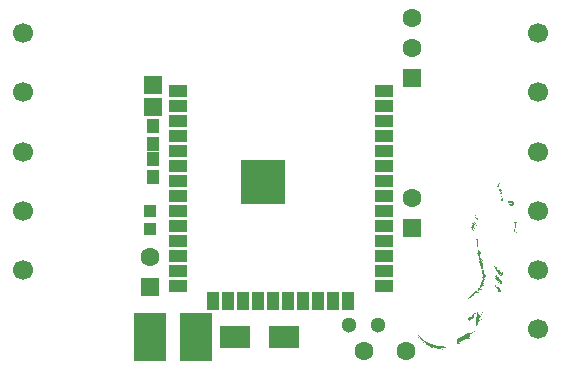
<source format=gts>
G04*
G04 #@! TF.GenerationSoftware,Altium Limited,Altium Designer,21.5.1 (32)*
G04*
G04 Layer_Color=8388736*
%FSLAX44Y44*%
%MOMM*%
G71*
G04*
G04 #@! TF.SameCoordinates,B91B0A49-5265-4CE8-ADDE-7D571FFDE220*
G04*
G04*
G04 #@! TF.FilePolarity,Negative*
G04*
G01*
G75*
%ADD21R,3.8000X3.8000*%
%ADD22R,1.6000X1.0000*%
%ADD23R,1.0000X1.6000*%
%ADD24R,2.7000X4.1000*%
%ADD25R,2.6500X1.8500*%
%ADD26R,1.0000X1.0500*%
%ADD27R,1.6000X1.5500*%
%ADD28R,1.0500X1.1500*%
%ADD29C,1.3000*%
%ADD30C,1.6000*%
%ADD31C,1.7000*%
%ADD32R,1.6000X1.6000*%
G36*
X412257Y152297D02*
X412118D01*
Y151740D01*
X411979D01*
X411979Y151044D01*
X411840D01*
Y149094D01*
X411979Y149094D01*
Y148537D01*
X411840D01*
Y148676D01*
X411561D01*
Y148815D01*
X411143D01*
Y148954D01*
X410726D01*
Y149094D01*
X410029D01*
Y149233D01*
X410168D01*
Y149790D01*
X410308D01*
Y150208D01*
X410447Y150208D01*
Y150486D01*
X410586D01*
Y150904D01*
X410726D01*
Y151183D01*
X410865D01*
X410865Y151322D01*
X411004D01*
Y151601D01*
X411143D01*
Y151740D01*
X411283D01*
Y151879D01*
X411422D01*
Y152018D01*
X411561D01*
Y152158D01*
X411700D01*
X411700Y152297D01*
X411840D01*
Y152436D01*
X411979D01*
Y152576D01*
X412257D01*
Y152297D01*
D02*
G37*
G36*
X412536Y147562D02*
X412675D01*
Y147423D01*
X412814D01*
Y147144D01*
X412954D01*
Y147005D01*
X413093D01*
Y146866D01*
X413232D01*
Y146726D01*
X413372D01*
Y146448D01*
X413511D01*
X413511Y146308D01*
X413650D01*
Y146169D01*
X413789D01*
Y146030D01*
X413929D01*
Y145751D01*
X413789D01*
Y145473D01*
X413650D01*
Y144776D01*
X413789D01*
Y144637D01*
X413929D01*
Y144498D01*
X414207D01*
Y144359D01*
X414347D01*
Y144219D01*
X414486Y144219D01*
Y143662D01*
X414207D01*
Y143523D01*
X414068D01*
Y143384D01*
X413789D01*
Y143244D01*
X413650D01*
Y143105D01*
X413511D01*
X413511Y142827D01*
X413372D01*
Y142548D01*
X413093D01*
Y142687D01*
X412954Y142687D01*
X412675D01*
Y142827D01*
X412536Y142827D01*
X412257D01*
Y142966D01*
X412118D01*
X411979Y142966D01*
Y143105D01*
X412118D01*
Y143244D01*
X412257D01*
Y143384D01*
X412397D01*
Y143523D01*
X412536D01*
Y143662D01*
X412675D01*
Y143801D01*
X412814D01*
Y143941D01*
X412954D01*
Y144219D01*
X413093D01*
Y144637D01*
X412954D01*
Y144916D01*
X412814D01*
X412814Y145055D01*
X412536D01*
Y145194D01*
X412397D01*
Y145333D01*
X412257D01*
Y145473D01*
X411979D01*
Y145612D01*
X411700D01*
X411700Y145751D01*
X411422D01*
Y146169D01*
X411561Y146169D01*
Y146308D01*
X411700D01*
Y146587D01*
X411840D01*
Y146726D01*
X411979D01*
Y147005D01*
X412118D01*
Y147283D01*
X412257D01*
Y147701D01*
X412536D01*
Y147562D01*
D02*
G37*
G36*
X413929Y141434D02*
X414068D01*
Y141295D01*
X414207Y141295D01*
X414347Y141295D01*
Y141155D01*
X414486D01*
Y140598D01*
X414347Y140598D01*
X414207Y140598D01*
Y140459D01*
X413929D01*
Y140320D01*
X413650D01*
Y140181D01*
X412814D01*
Y140459D01*
X412954D01*
Y140598D01*
X413093D01*
Y140738D01*
X413232D01*
Y140877D01*
X413372D01*
Y141155D01*
X413511D01*
X413511Y141295D01*
X413650D01*
Y141573D01*
X413789Y141573D01*
X413929D01*
Y141434D01*
D02*
G37*
G36*
X421867Y137117D02*
X422424D01*
Y136977D01*
X422842D01*
Y136838D01*
X423120D01*
X423120Y136699D01*
X423260D01*
X423399Y136699D01*
Y136559D01*
X423678D01*
Y136420D01*
X423956D01*
Y136281D01*
X424095D01*
Y136142D01*
X424235D01*
Y136002D01*
X424374D01*
Y135863D01*
X424513D01*
Y135585D01*
X424652Y135585D01*
Y134888D01*
X424513D01*
Y134470D01*
X424374D01*
Y134192D01*
X424235D01*
Y133913D01*
X424095D01*
Y133635D01*
X423956D01*
Y133496D01*
X423817Y133496D01*
Y133356D01*
X423678D01*
Y133217D01*
X423399D01*
Y133078D01*
X423260D01*
Y132938D01*
X423120D01*
X423120Y132799D01*
X422842D01*
Y132660D01*
X422424D01*
Y132521D01*
X422285Y132521D01*
X422006D01*
X421867Y132521D01*
Y132381D01*
X421728D01*
Y132521D01*
X421589D01*
Y132660D01*
X421449D01*
Y132799D01*
X421310D01*
X421310Y132938D01*
X421171D01*
Y133078D01*
X421031D01*
Y133217D01*
X420892D01*
Y133356D01*
X420753D01*
Y133635D01*
X420614D01*
Y133774D01*
X420474D01*
Y134053D01*
X420335D01*
Y134192D01*
X420196D01*
Y134331D01*
X421449D01*
Y134470D01*
X422006D01*
Y134610D01*
X422146Y134610D01*
X422285D01*
X422285Y134749D01*
X422563D01*
Y134888D01*
X422703D01*
Y135167D01*
X422424D01*
Y135306D01*
X421728D01*
Y135445D01*
X420892D01*
Y135585D01*
X420753Y135585D01*
Y135724D01*
X420614Y135724D01*
Y135585D01*
X420474Y135585D01*
X420335Y135585D01*
X419639D01*
Y135863D01*
X419500D01*
Y136420D01*
X419360D01*
Y136977D01*
X419500Y136977D01*
X419778D01*
Y137117D01*
X419917D01*
X420057Y137117D01*
X420196D01*
X420335Y137117D01*
Y137256D01*
X421867D01*
Y137117D01*
D02*
G37*
G36*
X415043Y139484D02*
X415182D01*
Y139345D01*
X415321D01*
Y139206D01*
X415461D01*
Y138649D01*
X415321D01*
Y138370D01*
X415182D01*
Y138091D01*
X415043D01*
X415043Y137674D01*
X414904D01*
Y137395D01*
X414764D01*
Y137117D01*
X414625Y137117D01*
Y136977D01*
X414486D01*
Y136699D01*
X414347Y136699D01*
X414207Y136699D01*
X414207Y136838D01*
X414068D01*
Y136977D01*
X413929D01*
X413929Y137117D01*
X413789D01*
Y137395D01*
X413650D01*
Y137674D01*
X413511D01*
Y137952D01*
X413372D01*
Y138370D01*
X413232D01*
Y138649D01*
X413093D01*
Y138927D01*
X413372D01*
Y139066D01*
X413929D01*
Y139206D01*
X414207D01*
Y139345D01*
X414486D01*
Y139484D01*
X414625D01*
Y139623D01*
X415043D01*
Y139484D01*
D02*
G37*
G36*
X391785Y124861D02*
X392063D01*
Y124582D01*
X392203D01*
Y124304D01*
X392342D01*
Y124164D01*
X392481D01*
Y123886D01*
X392620D01*
Y123747D01*
X392760D01*
Y123468D01*
X392899D01*
Y123329D01*
X393038D01*
Y123050D01*
X393177D01*
Y122911D01*
X393317D01*
Y122633D01*
X393456D01*
X393456Y122493D01*
X393595D01*
Y122354D01*
X393735D01*
Y122075D01*
X393874D01*
Y121936D01*
X394013D01*
Y121797D01*
X394152D01*
Y121518D01*
X394013D01*
Y120822D01*
X393874D01*
Y120961D01*
X393595D01*
Y121101D01*
X393317D01*
Y121240D01*
X393038D01*
Y121379D01*
X392760D01*
Y121518D01*
X392481D01*
Y121658D01*
X392203D01*
Y121936D01*
X392063D01*
Y122215D01*
X391924D01*
Y122493D01*
X391785D01*
Y122772D01*
X391646D01*
Y122911D01*
X391506D01*
Y123190D01*
X391785D01*
X391785Y123050D01*
X392203D01*
Y122911D01*
X392342D01*
Y122772D01*
X392481D01*
Y122633D01*
X392760D01*
Y122493D01*
X393038D01*
Y122354D01*
X393177D01*
Y122215D01*
X393317D01*
Y122493D01*
X393177D01*
Y122633D01*
X393038D01*
Y122772D01*
X392899Y122772D01*
Y123190D01*
X392760D01*
Y123329D01*
X392620D01*
Y123468D01*
X392481D01*
Y123747D01*
X392342D01*
Y124025D01*
X392203D01*
Y124164D01*
X392063D01*
Y124443D01*
X391924D01*
Y124582D01*
X391785D01*
X391785Y124722D01*
X391646D01*
Y125000D01*
X391785D01*
Y124861D01*
D02*
G37*
G36*
X424931Y119290D02*
X425070D01*
X425210Y119290D01*
X425767D01*
X425906Y119290D01*
Y119151D01*
X426602D01*
Y119011D01*
X427299D01*
X427299Y118872D01*
X428134D01*
Y118594D01*
X427995Y118594D01*
Y118315D01*
X426881D01*
Y118454D01*
X426741Y118454D01*
X426602Y118454D01*
X426463Y118454D01*
X426185D01*
Y117619D01*
X426045Y117619D01*
Y116505D01*
X425906D01*
Y115669D01*
X425767D01*
Y114973D01*
X425627D01*
Y114137D01*
X425488D01*
Y113301D01*
X425349D01*
Y112187D01*
X425210D01*
Y111352D01*
X425488D01*
Y111212D01*
X426741D01*
Y110795D01*
X426602D01*
Y110377D01*
X426185D01*
Y110516D01*
X424792D01*
Y110655D01*
X424513D01*
Y110934D01*
X424374Y110934D01*
Y111491D01*
X424513D01*
Y112605D01*
X424652D01*
Y113441D01*
X424792D01*
Y113998D01*
X424931D01*
Y114555D01*
X425070D01*
Y115251D01*
X425210D01*
X425210Y115948D01*
X425349D01*
Y118594D01*
X425210D01*
X425070Y118594D01*
X424792D01*
Y118733D01*
X424652D01*
Y119011D01*
X424931D01*
Y119151D01*
X424792D01*
Y119429D01*
X424931D01*
Y119290D01*
D02*
G37*
G36*
X390392Y120265D02*
X390531D01*
Y120126D01*
X390671D01*
Y119847D01*
X390810D01*
Y119708D01*
X390949D01*
Y119569D01*
X391088D01*
X391088Y119290D01*
X391228D01*
Y119151D01*
X391367D01*
Y118872D01*
X391506D01*
Y118594D01*
X391646D01*
Y118315D01*
X391785D01*
Y118176D01*
X391924D01*
Y117897D01*
X392063D01*
Y117619D01*
X392203D01*
Y117062D01*
X392342D01*
Y116922D01*
X392481D01*
Y116505D01*
X392620D01*
Y116226D01*
X392760D01*
Y116087D01*
X392899D01*
Y115808D01*
X392760D01*
Y115948D01*
X392620D01*
Y116087D01*
X392203D01*
Y116226D01*
X391924D01*
Y116365D01*
X391506D01*
Y116505D01*
X391228D01*
Y116644D01*
X390949D01*
Y116783D01*
X390671D01*
Y116922D01*
X390531D01*
Y116505D01*
X390671D01*
Y116365D01*
X390810D01*
Y116087D01*
X390949D01*
Y115948D01*
X390671D01*
X390671Y116087D01*
X390531D01*
Y116226D01*
X390392Y116226D01*
X390253D01*
Y116087D01*
X390392D01*
Y115530D01*
X390531D01*
Y114694D01*
X390671D01*
Y114276D01*
X390810Y114276D01*
Y113998D01*
X390949D01*
Y113858D01*
X391088D01*
Y113719D01*
X391228D01*
Y113580D01*
X391367D01*
Y113441D01*
X391088D01*
Y113580D01*
X390949D01*
Y113719D01*
X390810D01*
Y113858D01*
X390531D01*
Y113998D01*
X390113D01*
Y114137D01*
X389835D01*
Y113719D01*
X389974D01*
Y113580D01*
X390113D01*
Y113301D01*
X389835D01*
Y113162D01*
X389974D01*
Y112744D01*
X390113D01*
Y112326D01*
X390253D01*
Y111909D01*
X390392D01*
Y111630D01*
X390531D01*
Y111212D01*
X390671D01*
Y110795D01*
X390531D01*
Y110934D01*
X390392Y110934D01*
Y111073D01*
X390253D01*
Y111212D01*
X390113D01*
Y111491D01*
X389974D01*
Y111630D01*
X389835D01*
Y111770D01*
X389696D01*
Y111909D01*
X389557D01*
Y112048D01*
X389417D01*
Y112187D01*
X389278D01*
Y112466D01*
X389139D01*
Y112605D01*
X388999D01*
Y113023D01*
X388860D01*
Y113441D01*
X388721Y113441D01*
Y113719D01*
X388582D01*
Y114137D01*
X388442D01*
Y114416D01*
X388303D01*
Y114694D01*
X388164D01*
Y114973D01*
X388024D01*
Y115251D01*
X387885D01*
Y115669D01*
X388024D01*
Y115530D01*
X388164Y115530D01*
X388303D01*
Y115391D01*
X388442D01*
Y115251D01*
X388582Y115251D01*
Y115112D01*
X388721D01*
Y114973D01*
X388860D01*
Y114833D01*
X389139D01*
Y114694D01*
X389278D01*
Y114555D01*
X389417D01*
Y114416D01*
X389557Y114416D01*
Y114276D01*
X389696D01*
Y114555D01*
X389557D01*
Y114833D01*
X389417D01*
Y114973D01*
X389278D01*
Y115391D01*
X389139D01*
Y115530D01*
X388999D01*
Y115808D01*
X388860D01*
Y116226D01*
X388721Y116226D01*
Y116644D01*
X388582D01*
Y117062D01*
X388442D01*
Y117479D01*
X388303D01*
Y117897D01*
X388442D01*
Y117758D01*
X388582D01*
Y117619D01*
X388860D01*
X388860Y117479D01*
X388999D01*
Y117340D01*
X389139D01*
Y117201D01*
X389278D01*
Y117062D01*
X389417D01*
Y116922D01*
X389696D01*
Y116783D01*
X389835D01*
Y116922D01*
X389696D01*
Y117062D01*
X389557D01*
Y117201D01*
X389417D01*
Y117479D01*
X389278D01*
Y117619D01*
X389139Y117619D01*
Y117758D01*
X388999D01*
Y117897D01*
X388860D01*
Y118315D01*
X388721D01*
Y118594D01*
X388582D01*
Y118733D01*
X388999D01*
Y118594D01*
X389417D01*
Y118454D01*
X389557Y118454D01*
X389696Y118454D01*
Y118315D01*
X390113D01*
Y118176D01*
X390253D01*
Y118037D01*
X390671D01*
Y117897D01*
X390810D01*
Y117758D01*
X390949D01*
Y117619D01*
X391228D01*
Y117479D01*
X391367D01*
Y117340D01*
X391506Y117340D01*
Y117201D01*
X391785D01*
Y117062D01*
X391924D01*
Y117201D01*
X391785D01*
Y117340D01*
X391646D01*
Y117479D01*
X391506D01*
Y117619D01*
X391367D01*
Y117758D01*
X391228D01*
Y117897D01*
X391088Y117897D01*
X391088Y118037D01*
X390949D01*
Y118176D01*
X390810D01*
Y118454D01*
X390671D01*
Y118733D01*
X390531D01*
Y119151D01*
X390392D01*
Y120126D01*
X390253D01*
Y120404D01*
X390392D01*
Y120265D01*
D02*
G37*
G36*
X393038Y105781D02*
X393177D01*
Y105224D01*
X393317D01*
Y104527D01*
X393456D01*
Y103553D01*
X393595D01*
Y102578D01*
X393735D01*
Y100628D01*
X393595D01*
Y98121D01*
X393456D01*
Y97982D01*
X393317D01*
Y97564D01*
X393177Y97564D01*
Y102160D01*
X393317D01*
Y102717D01*
X393177Y102717D01*
Y102578D01*
X393038Y102578D01*
Y102438D01*
X392899D01*
Y102299D01*
X392760Y102299D01*
Y102856D01*
X392899Y102856D01*
Y103692D01*
X393038Y103692D01*
Y104388D01*
X393177Y104388D01*
Y104806D01*
X393038D01*
Y104667D01*
X392899D01*
Y104527D01*
X392760D01*
Y104388D01*
X392620D01*
Y104249D01*
X392481D01*
Y104527D01*
X392620D01*
Y104945D01*
X392760D01*
Y105502D01*
X392899D01*
Y105920D01*
X393038D01*
Y105781D01*
D02*
G37*
G36*
X392760Y102021D02*
X392620D01*
Y102299D01*
X392760D01*
Y102021D01*
D02*
G37*
G36*
X395406Y96589D02*
X395266D01*
Y96450D01*
X395127Y96450D01*
Y96171D01*
X394988D01*
Y94500D01*
X395127D01*
Y94361D01*
X395266D01*
Y94639D01*
X395406D01*
Y94918D01*
X395545D01*
Y95196D01*
X395684Y95196D01*
Y95336D01*
X395824D01*
Y94918D01*
X395684D01*
Y94500D01*
X395545D01*
Y94082D01*
X395406Y94082D01*
Y92829D01*
X395545D01*
Y92968D01*
X395684D01*
Y93246D01*
X395824D01*
Y93386D01*
X395963D01*
X395963Y93664D01*
X396102D01*
Y93804D01*
X396241D01*
Y94082D01*
X396381D01*
Y94361D01*
X396659D01*
Y94221D01*
X396520D01*
Y93943D01*
X396381D01*
Y93525D01*
X396241D01*
Y93107D01*
X396102D01*
Y92132D01*
X395963D01*
X395963Y88790D01*
X396102D01*
Y88372D01*
X396241D01*
Y88511D01*
X396381D01*
Y88651D01*
X396520D01*
Y88790D01*
X396659D01*
Y88929D01*
X396799D01*
Y89208D01*
X396938D01*
Y89347D01*
X397077D01*
Y89486D01*
X397216D01*
Y89208D01*
X397077D01*
Y88929D01*
X396938D01*
Y88790D01*
X396799D01*
Y88511D01*
X396659D01*
Y88233D01*
X396520D01*
Y87676D01*
X396381D01*
Y87397D01*
X396659D01*
Y87536D01*
X396799D01*
Y87815D01*
X396938D01*
Y87954D01*
X397077D01*
Y88233D01*
X397216D01*
Y88372D01*
X397356D01*
Y88511D01*
X397495D01*
Y88651D01*
X397634D01*
Y88372D01*
X397495D01*
Y88233D01*
X397356D01*
Y88094D01*
X397216D01*
Y87815D01*
X397077D01*
Y87676D01*
X396938D01*
Y87258D01*
X396799D01*
Y86562D01*
X396659D01*
Y86283D01*
X396520D01*
Y86144D01*
X396381D01*
Y86004D01*
X396102D01*
Y85865D01*
X395963D01*
Y85726D01*
X395824D01*
Y85587D01*
X395684D01*
Y85447D01*
X395545D01*
Y85308D01*
X395406D01*
Y85169D01*
X395266D01*
Y85030D01*
X394988D01*
Y85587D01*
X395127D01*
Y86562D01*
X395266D01*
X395266Y86840D01*
X395406D01*
Y87397D01*
X395545D01*
Y87536D01*
X395684D01*
Y87815D01*
X395824D01*
Y87954D01*
X395545D01*
Y87815D01*
X395406D01*
Y87676D01*
X395266D01*
Y87397D01*
X395127D01*
Y87258D01*
X394988D01*
Y87119D01*
X394849D01*
Y86979D01*
X394709D01*
Y87536D01*
X394570D01*
Y89904D01*
X394709D01*
X394709Y90461D01*
X394849D01*
Y91018D01*
X394988D01*
Y91297D01*
X394849Y91297D01*
Y91158D01*
X394709D01*
Y91018D01*
X394570D01*
Y90740D01*
X394431D01*
Y90600D01*
X394292D01*
Y90322D01*
X394152D01*
Y90183D01*
X394013D01*
Y89904D01*
X393874D01*
Y89765D01*
X393735D01*
Y92132D01*
X393874D01*
Y93107D01*
X394013D01*
Y93525D01*
X394152Y93525D01*
Y93943D01*
X394013Y93943D01*
Y93664D01*
X393874D01*
Y93386D01*
X393735D01*
Y92968D01*
X393595D01*
Y92829D01*
X393456D01*
X393456Y92550D01*
X393317D01*
Y93386D01*
X393456D01*
Y94639D01*
X393595D01*
Y95753D01*
X393735D01*
Y96728D01*
X394013D01*
Y95475D01*
X394152D01*
Y95614D01*
X394292D01*
Y95753D01*
X394431D01*
Y95893D01*
X394570D01*
Y96032D01*
X394709D01*
Y96171D01*
X394849D01*
Y96450D01*
X394988D01*
Y96589D01*
X395127D01*
Y96728D01*
X395266D01*
X395266Y96868D01*
X395406D01*
Y96589D01*
D02*
G37*
G36*
X395963Y95475D02*
Y95336D01*
X395824D01*
Y95475D01*
X395963Y95475D01*
D02*
G37*
G36*
X397495Y89765D02*
X397356D01*
Y89904D01*
X397495D01*
Y89765D01*
D02*
G37*
G36*
X397356Y89486D02*
X397216D01*
Y89765D01*
X397356D01*
Y89486D01*
D02*
G37*
G36*
X398052Y87258D02*
X397913D01*
Y87397D01*
X398052D01*
Y87258D01*
D02*
G37*
G36*
X398609Y85447D02*
X398470D01*
Y85587D01*
X398609D01*
Y85447D01*
D02*
G37*
G36*
X399166Y81269D02*
X399027D01*
Y81409D01*
X399166D01*
Y81269D01*
D02*
G37*
G36*
X399027Y80991D02*
X398888D01*
Y81269D01*
X399027D01*
Y80991D01*
D02*
G37*
G36*
X400141Y78484D02*
X400002D01*
Y78623D01*
X400141D01*
Y78484D01*
D02*
G37*
G36*
X398888Y78345D02*
X398748D01*
Y78484D01*
X398888D01*
Y78345D01*
D02*
G37*
G36*
X397913Y86979D02*
X397773D01*
Y86701D01*
X397634D01*
Y86562D01*
X397495D01*
Y86422D01*
X397356D01*
X397356Y86144D01*
X397216D01*
Y85587D01*
X397077D01*
Y85030D01*
X396938D01*
Y83637D01*
X397077D01*
Y83776D01*
X397216D01*
Y83916D01*
X397356D01*
Y84055D01*
X397495D01*
Y84194D01*
X397634D01*
Y84473D01*
X397773D01*
Y84612D01*
X397913D01*
Y84751D01*
X398052D01*
Y85030D01*
X398191D01*
Y85308D01*
X398330D01*
X398330Y85447D01*
X398470D01*
Y85169D01*
X398330D01*
Y84890D01*
X398191D01*
Y84612D01*
X398052D01*
X398052Y84194D01*
X397913D01*
Y81269D01*
X398052D01*
Y80155D01*
X397913D01*
Y79737D01*
X397773D01*
Y79320D01*
X397634D01*
Y79041D01*
X397495D01*
Y78762D01*
X397356D01*
Y78623D01*
X397216D01*
Y78345D01*
X396938D01*
Y79320D01*
X396799D01*
Y80155D01*
X396659D01*
Y80991D01*
X396520D01*
Y83080D01*
X396659D01*
Y83916D01*
X396799D01*
Y84333D01*
X396659D01*
Y84055D01*
X396520D01*
Y83637D01*
X396381D01*
Y83080D01*
X396241D01*
Y82523D01*
X396102D01*
Y81826D01*
X395963D01*
X395963Y81269D01*
X395824D01*
Y80851D01*
X395684D01*
Y81548D01*
X395545Y81548D01*
Y83637D01*
X395684D01*
Y84612D01*
X395824D01*
Y85030D01*
X395963D01*
X395963Y85308D01*
X396102D01*
Y85587D01*
X396241D01*
Y85726D01*
X396381D01*
Y85865D01*
X396520D01*
Y86004D01*
X396938D01*
Y86144D01*
X397077D01*
Y86283D01*
X397216D01*
Y86562D01*
X397356D01*
Y86701D01*
X397495D01*
Y86979D01*
X397634D01*
Y87119D01*
X397773D01*
Y87258D01*
X397913D01*
Y86979D01*
D02*
G37*
G36*
X398888Y80712D02*
X398748D01*
Y80434D01*
X398609D01*
Y80295D01*
X398470D01*
Y79877D01*
X398330D01*
Y79320D01*
X398191D01*
Y78205D01*
X398470D01*
Y78345D01*
X398609Y78345D01*
X398748Y78345D01*
Y78205D01*
X398609D01*
Y78066D01*
X398888D01*
X399027Y78066D01*
Y78205D01*
X399584D01*
Y78345D01*
X399723D01*
Y78484D01*
X400002D01*
Y78205D01*
X399723D01*
Y78066D01*
X399584D01*
X399584Y77788D01*
X399445D01*
Y77648D01*
X399305D01*
X399305Y77370D01*
X399166D01*
Y76952D01*
X399027D01*
Y76673D01*
X398888D01*
Y76395D01*
X398748D01*
Y76116D01*
X399166D01*
Y76256D01*
X399445D01*
Y76395D01*
X399584D01*
Y76534D01*
X399862D01*
Y76395D01*
X399723D01*
Y76256D01*
X399584D01*
X399584Y76116D01*
X399445Y76116D01*
Y75977D01*
X399305D01*
Y75699D01*
X399166D01*
Y75281D01*
X399305D01*
Y75420D01*
X399723D01*
Y75559D01*
X400002D01*
Y75699D01*
X400280D01*
X400280Y75838D01*
X400559D01*
Y75699D01*
X400420D01*
Y75559D01*
X400280D01*
X400280Y75420D01*
X400141D01*
Y75281D01*
X400002D01*
Y75142D01*
X399862D01*
Y75002D01*
X399723D01*
Y74724D01*
X399584D01*
Y74445D01*
X399445D01*
X399445Y74167D01*
X399723D01*
Y74306D01*
X400141D01*
Y74445D01*
X400559D01*
Y74584D01*
X400698D01*
Y74724D01*
X400977D01*
Y74445D01*
X400698D01*
Y74306D01*
X400420D01*
Y74167D01*
X400280D01*
X400280Y74027D01*
X400141D01*
Y73749D01*
X400002D01*
Y73609D01*
X399862D01*
Y73192D01*
X400141D01*
Y73331D01*
X400420D01*
Y73192D01*
X400280D01*
X400280Y73052D01*
X400141D01*
Y72913D01*
X400002D01*
X399862Y72913D01*
Y72774D01*
X399723D01*
Y72635D01*
X399584D01*
X399584Y72356D01*
X399445D01*
Y71938D01*
X399305D01*
X399305Y71521D01*
X399166D01*
Y71103D01*
X399027D01*
Y70685D01*
X398888D01*
Y70546D01*
X399166D01*
Y70685D01*
X399305Y70685D01*
X399445D01*
X399584Y70685D01*
X399584Y70824D01*
X399862D01*
Y70963D01*
X400002D01*
Y71103D01*
X400280D01*
Y71242D01*
X400559D01*
Y71381D01*
X400698D01*
Y71521D01*
X400977D01*
Y71381D01*
X400837D01*
Y71242D01*
X400698D01*
Y71103D01*
X400420D01*
Y70963D01*
X400280D01*
Y70824D01*
X400141D01*
X400141Y70685D01*
X400002D01*
Y70546D01*
X399862D01*
Y70406D01*
X399723D01*
Y70267D01*
X399584D01*
Y70128D01*
X399445Y70128D01*
Y69849D01*
X399305D01*
Y69710D01*
X399166D01*
Y69431D01*
X399027D01*
Y69153D01*
X398888D01*
Y68874D01*
X398748D01*
Y68596D01*
X398609D01*
Y68317D01*
X398470D01*
Y68039D01*
X398330D01*
Y67482D01*
X398470D01*
Y67621D01*
X399166D01*
Y67760D01*
X399305Y67760D01*
X399445D01*
Y67899D01*
X399584Y67899D01*
X399862D01*
Y68039D01*
X400002D01*
X400141Y68039D01*
Y67899D01*
X400002D01*
Y67760D01*
X399723D01*
Y67621D01*
X399445D01*
Y67482D01*
X399166D01*
Y67342D01*
X399027D01*
Y67203D01*
X398888D01*
Y67064D01*
X398609D01*
Y66785D01*
X398470D01*
Y66646D01*
X398330D01*
Y66507D01*
X398191D01*
Y66368D01*
X398052Y66367D01*
Y66228D01*
X397913D01*
Y66089D01*
X397773D01*
Y65671D01*
X398888D01*
X399027Y65671D01*
X399166Y65671D01*
Y65532D01*
X399027Y65532D01*
X398888Y65532D01*
X398748D01*
Y65393D01*
X398191D01*
Y65253D01*
X398052Y65253D01*
X397913Y65253D01*
Y65114D01*
X397773D01*
Y64975D01*
X397495D01*
Y64836D01*
X397356D01*
Y64696D01*
X397216Y64696D01*
X397077D01*
Y64557D01*
X396938D01*
Y64418D01*
X396799D01*
Y64278D01*
X396659D01*
Y64139D01*
X396381D01*
Y63861D01*
X396799D01*
Y63721D01*
X396938Y63721D01*
X397773D01*
Y63582D01*
X398052D01*
Y63443D01*
X396938D01*
Y63303D01*
X396799Y63303D01*
X396659D01*
X396520Y63303D01*
Y63164D01*
X396102D01*
Y63025D01*
X395963D01*
Y62886D01*
X395684D01*
Y62746D01*
X395406D01*
Y62607D01*
X395545D01*
Y62468D01*
X395684Y62468D01*
X395824D01*
Y62329D01*
X397077D01*
Y62189D01*
X397216D01*
Y62329D01*
X397356D01*
Y62050D01*
X395266D01*
Y61911D01*
X394849D01*
Y61771D01*
X394431D01*
Y61632D01*
X394013D01*
Y61493D01*
X394152D01*
Y61354D01*
X395127D01*
Y61214D01*
X395406D01*
Y61075D01*
X394152D01*
Y61214D01*
X393735D01*
Y61354D01*
X392620D01*
Y61493D01*
X392899D01*
Y61632D01*
X393038D01*
Y61771D01*
X393317D01*
Y61911D01*
X393595D01*
Y62050D01*
X394292D01*
Y62189D01*
X394709D01*
Y62329D01*
X395266D01*
Y62468D01*
X395127Y62468D01*
X394292D01*
X394152Y62468D01*
X394013Y62468D01*
X393874D01*
Y62607D01*
X394013D01*
Y62746D01*
X394152D01*
Y62886D01*
X394292D01*
Y63025D01*
X394431D01*
Y63164D01*
X394570D01*
Y63303D01*
X394709D01*
Y63443D01*
X394849D01*
Y63582D01*
X394988D01*
Y63721D01*
X395127D01*
X395266Y63721D01*
Y63861D01*
X395545D01*
Y64000D01*
X395824D01*
Y64278D01*
X395963Y64278D01*
X396102Y64278D01*
Y64418D01*
X396381D01*
Y64557D01*
X395963D01*
Y64418D01*
X395824Y64418D01*
X395684Y64418D01*
X395545Y64418D01*
X395406D01*
Y64557D01*
X395545Y64557D01*
Y64836D01*
X395684D01*
Y65114D01*
X395824D01*
Y65532D01*
X395963Y65532D01*
Y65810D01*
X396102D01*
Y66228D01*
X396241D01*
Y66646D01*
X396381D01*
Y67064D01*
X396520D01*
Y67482D01*
X396659D01*
Y67899D01*
X396799D01*
Y68317D01*
X396938D01*
Y68735D01*
X397077D01*
Y69153D01*
X397216D01*
Y69571D01*
X397356Y69571D01*
Y69849D01*
X397495D01*
Y70267D01*
X397634D01*
Y70546D01*
X397773D01*
Y70824D01*
X397913D01*
Y71103D01*
X398052D01*
Y71381D01*
X398191D01*
Y71521D01*
X398330D01*
Y71660D01*
X398470D01*
Y71938D01*
X398609D01*
Y72077D01*
X398748D01*
Y72217D01*
X398888D01*
Y72356D01*
X398609D01*
Y72217D01*
X398330D01*
Y72077D01*
X397913D01*
Y71938D01*
X397773D01*
Y71799D01*
X397356D01*
Y71938D01*
X397495D01*
Y72077D01*
X397634D01*
Y72356D01*
X397773D01*
Y72495D01*
X397913D01*
Y72635D01*
X398052D01*
Y72774D01*
X398191D01*
Y72913D01*
X398330D01*
Y73192D01*
X398470D01*
Y73331D01*
X398609D01*
Y73470D01*
X398748D01*
Y73609D01*
X398609Y73609D01*
X398470D01*
Y73470D01*
X398330D01*
Y73331D01*
X397773D01*
Y73192D01*
X397634D01*
Y73052D01*
X397495D01*
Y73331D01*
X397634D01*
Y73470D01*
X397773D01*
Y74027D01*
X397913D01*
Y74445D01*
X398052D01*
Y74724D01*
X398191D01*
Y74863D01*
X398330D01*
Y75002D01*
X398470D01*
Y75281D01*
X398609D01*
Y75420D01*
X398888D01*
Y75699D01*
X398609D01*
Y75559D01*
X398330D01*
X398330Y75420D01*
X398052D01*
Y75281D01*
X397773D01*
Y75142D01*
X397634D01*
X397495Y75142D01*
Y75002D01*
X397356Y75002D01*
X397216D01*
Y75142D01*
X397356Y75142D01*
Y75281D01*
X397495D01*
Y75559D01*
X397634D01*
Y75838D01*
X397773D01*
Y75977D01*
X397913D01*
Y76395D01*
X398052D01*
Y76534D01*
X398191D01*
Y76813D01*
X398330D01*
X398330Y76952D01*
X398470Y76952D01*
Y77231D01*
X398330D01*
Y77091D01*
X398191D01*
Y76952D01*
X398052D01*
X398052Y76813D01*
X397913D01*
Y76673D01*
X397773D01*
Y76534D01*
X397495D01*
Y76395D01*
X397356D01*
Y76256D01*
X397216D01*
Y76813D01*
X397356D01*
Y77509D01*
X397495D01*
Y78066D01*
X397634Y78066D01*
Y78345D01*
X397773D01*
Y78902D01*
X397913D01*
Y79320D01*
X398052D01*
Y79877D01*
X398191D01*
Y80295D01*
X398330D01*
Y80434D01*
X398470D01*
Y80712D01*
X398609D01*
Y80851D01*
X398748D01*
Y80991D01*
X398888D01*
Y80712D01*
D02*
G37*
G36*
X400280Y76673D02*
X400141D01*
X400141Y76534D01*
X399862D01*
Y76673D01*
X400141D01*
Y76813D01*
X400280D01*
Y76673D01*
D02*
G37*
G36*
X400559Y73331D02*
X400420D01*
Y73470D01*
X400559D01*
Y73331D01*
D02*
G37*
G36*
X407522Y82523D02*
X407662D01*
Y82383D01*
X407801D01*
X407801Y82105D01*
X408079D01*
Y81826D01*
X408219D01*
Y81687D01*
X408358D01*
Y81548D01*
X408497Y81548D01*
X408497Y81409D01*
X408637D01*
X408636Y81269D01*
X408776D01*
Y81130D01*
X408915D01*
X408915Y81548D01*
X408776D01*
Y82523D01*
X408915D01*
X408915Y82244D01*
X409054D01*
Y80991D01*
X409193D01*
Y80573D01*
X409333D01*
Y80295D01*
X409472D01*
Y81130D01*
X409611D01*
Y81548D01*
X409751D01*
Y80155D01*
X409890D01*
Y79877D01*
X410029D01*
Y79459D01*
X410168D01*
Y79180D01*
X410308D01*
Y78902D01*
X410447D01*
X410447Y78623D01*
X410586D01*
Y78066D01*
X410726D01*
Y77509D01*
X410865D01*
Y77370D01*
X411004D01*
Y77509D01*
X410865D01*
Y79737D01*
X410726D01*
Y80155D01*
X411004D01*
Y79320D01*
X411143D01*
Y78902D01*
X411283D01*
Y78623D01*
X411422D01*
Y78345D01*
X411561D01*
Y78066D01*
X411700D01*
Y77788D01*
X411840D01*
Y77648D01*
X411979D01*
Y78205D01*
X411840D01*
Y78762D01*
X411979D01*
Y78484D01*
X412118D01*
Y77927D01*
X412257D01*
Y77648D01*
X412397D01*
Y77509D01*
X412536D01*
Y77370D01*
X412675Y77370D01*
Y77091D01*
X412814D01*
Y76952D01*
X412954D01*
Y76813D01*
X413093D01*
Y76673D01*
X413232D01*
Y76534D01*
X413372D01*
Y76952D01*
X413232D01*
Y77509D01*
X413372D01*
Y77091D01*
X413511D01*
Y76673D01*
X413650D01*
Y76395D01*
X413789D01*
Y76256D01*
X413929D01*
X413929Y75977D01*
X414068D01*
Y75838D01*
X414207Y75838D01*
Y75699D01*
X414347D01*
Y75559D01*
X414486D01*
Y76673D01*
X414625D01*
Y74863D01*
X414486D01*
Y73192D01*
X414347Y73192D01*
Y73470D01*
X414207D01*
Y73609D01*
X414068Y73609D01*
Y73470D01*
X413929D01*
Y73609D01*
X413789D01*
Y73749D01*
X413650D01*
Y73888D01*
X413511Y73888D01*
X413511Y74167D01*
X413372D01*
Y74306D01*
X413232D01*
Y74584D01*
X413093D01*
Y74863D01*
X412954D01*
Y75002D01*
X412814D01*
X412814Y74584D01*
X412954D01*
Y74027D01*
X412814D01*
Y74167D01*
X412675D01*
Y74445D01*
X412536D01*
Y74724D01*
X412397D01*
Y75281D01*
X412257D01*
Y75838D01*
X412118D01*
Y75559D01*
X411979D01*
Y75420D01*
X412118D01*
Y74724D01*
X411979D01*
X411979Y75002D01*
X411840D01*
Y75281D01*
X411700D01*
Y75420D01*
X411561D01*
Y75977D01*
X411422D01*
X411422Y76534D01*
X411283D01*
Y75699D01*
X411143D01*
Y75838D01*
X411004D01*
X411004Y76256D01*
X410865D01*
Y76673D01*
X410726D01*
Y77091D01*
X410586D01*
Y76952D01*
X410447D01*
Y77231D01*
X410308D01*
Y77370D01*
X410168D01*
Y77788D01*
X410029D01*
Y77927D01*
X409890D01*
Y78345D01*
X409751D01*
Y78484D01*
X409611D01*
Y77509D01*
X409472D01*
Y77788D01*
X409333D01*
Y78205D01*
X409193D01*
Y78623D01*
X409054D01*
Y79041D01*
X408915D01*
Y79320D01*
X408776D01*
Y79459D01*
X408636D01*
Y79598D01*
X408497D01*
Y79737D01*
X408358D01*
Y80016D01*
X408219D01*
Y80295D01*
X408079D01*
Y80712D01*
X407940D01*
Y80991D01*
X407801D01*
X407801Y81409D01*
X407662D01*
X407662Y81966D01*
X407522D01*
X407522Y82383D01*
X407383D01*
Y82662D01*
X407522D01*
Y82523D01*
D02*
G37*
G36*
X408219Y74724D02*
X408358D01*
Y74306D01*
X408497Y74306D01*
Y73888D01*
X408636D01*
Y73470D01*
X408776D01*
Y73331D01*
X408915D01*
Y73052D01*
X409054D01*
Y72635D01*
X409193D01*
Y72356D01*
X409333D01*
Y71938D01*
X409472Y71938D01*
X409472Y74306D01*
X409611D01*
Y73052D01*
X409751D01*
Y72635D01*
X409890D01*
Y72217D01*
X410029D01*
Y71660D01*
X410168Y71660D01*
Y71799D01*
X410308D01*
Y72913D01*
X410447Y72913D01*
Y73609D01*
X410586D01*
Y72217D01*
X410726D01*
Y72356D01*
X410865D01*
Y72774D01*
X411004D01*
Y73749D01*
X411143D01*
Y72774D01*
X411283D01*
Y72356D01*
X411422D01*
X411422Y72077D01*
X411561D01*
Y71799D01*
X411700D01*
X411700Y71521D01*
X411840D01*
Y71103D01*
X411979D01*
Y70963D01*
X412118D01*
Y70685D01*
X412257Y70685D01*
Y70406D01*
X412397D01*
X412397Y70128D01*
X412536D01*
Y69988D01*
X412675Y69988D01*
Y69710D01*
X412814D01*
X412814Y70128D01*
X412675Y70128D01*
Y70685D01*
X412536Y70685D01*
Y70963D01*
X412397D01*
Y71381D01*
X412536D01*
Y71103D01*
X412675D01*
Y70824D01*
X412814D01*
X412814Y70546D01*
X412954D01*
Y70267D01*
X413093D01*
Y70128D01*
X413232D01*
Y69849D01*
X413372D01*
Y69710D01*
X413511D01*
Y69571D01*
X413650Y69571D01*
Y69292D01*
X413789D01*
Y69153D01*
X413929D01*
Y69710D01*
X413789D01*
Y70128D01*
X413650D01*
Y70546D01*
X413789D01*
Y70267D01*
X413929D01*
Y69988D01*
X414068D01*
Y69710D01*
X414207D01*
Y69431D01*
X414347Y69431D01*
Y69292D01*
X414207D01*
Y67482D01*
X414068D01*
Y66089D01*
X413789D01*
Y66646D01*
X413650D01*
Y67064D01*
X413511D01*
X413511Y66646D01*
X413372D01*
Y66785D01*
X413232D01*
Y67203D01*
X413093D01*
Y67621D01*
X412814D01*
Y67342D01*
X412954D01*
Y66646D01*
X412814D01*
Y66925D01*
X412675D01*
Y67064D01*
X412536D01*
Y67203D01*
X412397D01*
X412397Y67621D01*
X412257D01*
Y68039D01*
X412118D01*
Y68735D01*
X411979Y68735D01*
Y67899D01*
X411840D01*
Y68178D01*
X411700D01*
X411700Y68317D01*
X411561D01*
Y68596D01*
X411422D01*
Y69014D01*
X411283D01*
Y69292D01*
X411004D01*
Y69014D01*
X411143D01*
Y68596D01*
X411283D01*
Y68317D01*
X411422D01*
Y67760D01*
X411283D01*
Y68039D01*
X411143D01*
Y68178D01*
X411004D01*
Y68596D01*
X410865D01*
Y69153D01*
X410726D01*
Y69292D01*
X410586D01*
Y69014D01*
X410447D01*
Y69710D01*
X410308Y69710D01*
Y70406D01*
X410029D01*
Y69849D01*
X410168D01*
Y69014D01*
X410029D01*
Y69431D01*
X409890Y69431D01*
Y69988D01*
X409751D01*
Y70406D01*
X409611D01*
Y69988D01*
X409472D01*
X409472Y70406D01*
X409333D01*
Y70824D01*
X409193D01*
Y71381D01*
X409054D01*
Y71938D01*
X408915D01*
X408915Y72635D01*
X408776D01*
Y72495D01*
X408636D01*
Y72217D01*
X408776D01*
Y71381D01*
X408497D01*
Y72077D01*
X408358D01*
Y73470D01*
X408219D01*
Y73609D01*
X408358D01*
Y74027D01*
X408219D01*
Y74445D01*
X408079D01*
Y75002D01*
X407940D01*
X407940Y75281D01*
X408219D01*
Y74724D01*
D02*
G37*
G36*
X394013Y60936D02*
X393595D01*
Y60797D01*
X393317D01*
Y60657D01*
X393038D01*
Y60518D01*
X392760D01*
Y60379D01*
X392481D01*
Y60240D01*
X392203D01*
Y60100D01*
X392481D01*
Y59961D01*
X392899D01*
Y59822D01*
X393456D01*
X393456Y59682D01*
X394709D01*
Y59543D01*
X394849D01*
Y59404D01*
X394292D01*
X394152Y59404D01*
X394013Y59404D01*
X393595D01*
X393456Y59404D01*
X393317Y59404D01*
X393038D01*
X392899Y59404D01*
Y59265D01*
X392481D01*
Y59125D01*
X392342D01*
X392203Y59125D01*
X392063Y59125D01*
Y58986D01*
X391785D01*
Y58847D01*
X391367D01*
Y58708D01*
X390949D01*
Y58568D01*
X390810D01*
Y58429D01*
X391367D01*
Y58290D01*
X391506Y58290D01*
X392203D01*
X392203Y58151D01*
X390671D01*
Y58011D01*
X390113D01*
Y57872D01*
X390253D01*
Y57733D01*
X390531D01*
Y57593D01*
X391367D01*
Y57454D01*
X390810D01*
X390671Y57454D01*
X390531D01*
Y57315D01*
X390113D01*
Y57176D01*
X390253Y57176D01*
X390392Y57176D01*
X390531Y57176D01*
X390671D01*
Y57036D01*
X390949D01*
Y56897D01*
X389696D01*
X389557Y56897D01*
X389417Y56897D01*
Y56758D01*
X389278D01*
Y56619D01*
X388999D01*
Y56479D01*
X388860D01*
X388860Y56340D01*
X388721D01*
Y56201D01*
X388582D01*
Y56062D01*
X388721D01*
X388860Y56062D01*
Y55922D01*
X388582D01*
Y55783D01*
X388303D01*
Y55644D01*
X388024D01*
Y55504D01*
X387885D01*
Y55365D01*
X387607D01*
Y55226D01*
X387328D01*
Y55087D01*
X387189Y55087D01*
X386910D01*
Y54947D01*
X386632D01*
Y54808D01*
X386493Y54808D01*
X386353Y54808D01*
Y54669D01*
X386075D01*
Y54530D01*
X385796D01*
Y54390D01*
X385518D01*
Y54251D01*
X385378D01*
X385239Y54251D01*
Y54112D01*
X385100D01*
Y54390D01*
X385239D01*
Y54530D01*
X385378D01*
Y54669D01*
X385518D01*
Y54808D01*
X385657D01*
Y54947D01*
X385796D01*
Y55087D01*
X385935Y55087D01*
X386075Y55087D01*
Y55226D01*
X386214Y55226D01*
Y55365D01*
X386353D01*
Y55504D01*
X386493D01*
Y55644D01*
X386632D01*
Y55922D01*
X386771D01*
Y56062D01*
X386910D01*
Y56201D01*
X387050D01*
Y56340D01*
X387189D01*
Y56479D01*
X387328Y56479D01*
Y56619D01*
X387467D01*
Y56758D01*
X387607D01*
Y56897D01*
X387746D01*
Y57036D01*
X387885D01*
Y57176D01*
X388024Y57176D01*
Y57315D01*
X388303D01*
Y57454D01*
X388582D01*
Y57733D01*
X388860D01*
Y57872D01*
X389139D01*
Y58011D01*
X389417D01*
Y58151D01*
X389696D01*
Y58290D01*
X389557Y58290D01*
X389417Y58290D01*
X389278D01*
Y58151D01*
X388999D01*
Y58290D01*
X389139D01*
Y58429D01*
X389278Y58429D01*
Y58568D01*
X389417D01*
Y58708D01*
X389696D01*
Y58847D01*
X389835D01*
Y58986D01*
X389974D01*
Y59125D01*
X390113D01*
Y59265D01*
X390253D01*
Y59404D01*
X390392D01*
Y59543D01*
X390671D01*
Y59682D01*
X390810D01*
Y59822D01*
X390949D01*
Y59961D01*
X391088D01*
Y60100D01*
X391367D01*
Y60240D01*
X391506D01*
Y60379D01*
X391646D01*
Y60518D01*
X391785D01*
X391924Y60518D01*
Y60657D01*
X392203D01*
Y60797D01*
X392481D01*
Y60936D01*
X393456D01*
Y61075D01*
X394013D01*
Y60936D01*
D02*
G37*
G36*
X408358Y66089D02*
X408497D01*
Y65950D01*
X408636D01*
Y65671D01*
X408776D01*
Y65393D01*
X408915D01*
X408915Y65114D01*
X409054D01*
Y64975D01*
X409193D01*
Y64836D01*
X409333D01*
Y64557D01*
X409472Y64557D01*
Y64418D01*
X409611D01*
Y64000D01*
X409751D01*
Y64418D01*
X409611D01*
X409611Y64975D01*
X409751D01*
Y64557D01*
X409890D01*
Y64139D01*
X410029D01*
Y63861D01*
X410168Y63861D01*
Y64975D01*
X410308D01*
Y64418D01*
X410447Y64418D01*
Y63861D01*
X410586Y63861D01*
Y63721D01*
X410726D01*
Y63443D01*
X410865D01*
Y63164D01*
X411004D01*
Y64418D01*
X410865D01*
Y64836D01*
X411004D01*
Y64557D01*
X411143D01*
Y64139D01*
X411283D01*
Y64000D01*
X411422D01*
Y63721D01*
X411561Y63721D01*
Y63582D01*
X411700D01*
Y63443D01*
X411840D01*
Y63164D01*
X411979Y63164D01*
Y63025D01*
X412118D01*
Y62886D01*
X412257D01*
Y62746D01*
X412397D01*
X412397Y62468D01*
X412536D01*
Y62329D01*
X412675D01*
Y62050D01*
X412814D01*
Y61911D01*
X412954D01*
Y61771D01*
X413093D01*
Y61632D01*
X413232D01*
Y62189D01*
X413093D01*
Y62746D01*
X412954D01*
Y63164D01*
X413093D01*
Y62886D01*
X413232D01*
Y62607D01*
X413372D01*
Y62329D01*
X413511D01*
Y60797D01*
X413372D01*
Y59543D01*
X413232D01*
Y59125D01*
X413093D01*
Y59404D01*
X412954D01*
Y59682D01*
X412814D01*
Y59822D01*
X412675D01*
Y60100D01*
X412536D01*
Y60518D01*
X412397D01*
Y60797D01*
X412257D01*
Y60100D01*
X412397D01*
X412397Y59404D01*
X412257D01*
Y59682D01*
X412118D01*
Y59961D01*
X411979D01*
Y60100D01*
X411840D01*
Y60518D01*
X411700D01*
Y60936D01*
X411561D01*
Y61214D01*
X411422D01*
Y60379D01*
X411561D01*
Y59822D01*
X411422D01*
Y60100D01*
X411283D01*
Y60379D01*
X411143D01*
Y60657D01*
X411004D01*
Y60797D01*
X410865D01*
Y61075D01*
X410726D01*
Y61493D01*
X410586D01*
Y61771D01*
X410447D01*
X410447Y62468D01*
X410308D01*
Y62746D01*
X410168D01*
Y60936D01*
X410029D01*
Y61354D01*
X409890D01*
Y61632D01*
X409751D01*
Y62050D01*
X409611D01*
Y63025D01*
X409472D01*
Y63164D01*
X409333D01*
Y62607D01*
X409193D01*
Y63025D01*
X409054D01*
Y63303D01*
X408915Y63303D01*
Y64000D01*
X408776D01*
Y64418D01*
X408636D01*
Y63582D01*
X408497D01*
Y64278D01*
X408358D01*
Y65114D01*
X408219D01*
Y65950D01*
X408079D01*
Y66089D01*
X408219D01*
Y66228D01*
X408358D01*
Y66089D01*
D02*
G37*
G36*
X388999Y56062D02*
X388860D01*
Y56201D01*
X388999D01*
Y56062D01*
D02*
G37*
G36*
X338444Y48680D02*
X338305D01*
Y48541D01*
X338166D01*
Y48819D01*
X338444D01*
Y48680D01*
D02*
G37*
G36*
X392342Y42692D02*
X392203D01*
Y42413D01*
X392063D01*
Y41995D01*
X391924D01*
Y41717D01*
X391785D01*
Y41299D01*
X391646D01*
Y40881D01*
X391506D01*
Y40602D01*
X391367D01*
Y40185D01*
X391228D01*
Y39906D01*
X391088Y39906D01*
X391088Y39767D01*
X390949D01*
Y41160D01*
X390810D01*
Y40742D01*
X390671D01*
Y40185D01*
X390531D01*
Y39488D01*
X390392D01*
Y38792D01*
X390253D01*
Y38514D01*
X390113D01*
Y38235D01*
X389974D01*
Y39767D01*
X389696D01*
Y39210D01*
X389557D01*
Y38096D01*
X389417D01*
Y37678D01*
X389278D01*
Y37399D01*
X389139D01*
Y36981D01*
X388999D01*
Y38514D01*
X388860D01*
Y38235D01*
X388721D01*
Y37956D01*
X388582D01*
Y37399D01*
X388442D01*
Y36981D01*
X388303D01*
Y36842D01*
X388164D01*
Y36564D01*
X388024D01*
Y36424D01*
X387885D01*
Y36285D01*
X387746D01*
Y36146D01*
X387607D01*
Y36007D01*
X387467D01*
Y35728D01*
X387328D01*
Y37539D01*
X387189D01*
Y37260D01*
X387050D01*
Y36842D01*
X386910D01*
Y36424D01*
X386771D01*
Y35867D01*
X386632D01*
Y35589D01*
X386493D01*
Y35310D01*
X386353D01*
Y35032D01*
X386214D01*
Y34753D01*
X386075D01*
Y36285D01*
X385935D01*
Y36703D01*
X385796D01*
Y37399D01*
X385657D01*
Y37817D01*
X385796D01*
Y37956D01*
X385935D01*
Y38235D01*
X386075D01*
X386075Y38514D01*
X386214D01*
Y39349D01*
X386353D01*
Y39488D01*
X386214D01*
Y39767D01*
X386353D01*
Y39906D01*
X386493D01*
Y39767D01*
X386353Y39767D01*
Y39628D01*
X386493D01*
Y38792D01*
X386632D01*
Y38514D01*
X386771D01*
Y38235D01*
X387050D01*
Y38514D01*
X387189D01*
Y38931D01*
X387328D01*
Y39906D01*
X387467D01*
Y40045D01*
X387607D01*
Y39628D01*
X387467D01*
Y38653D01*
X387607D01*
Y38235D01*
X387746D01*
Y37817D01*
X387885Y37817D01*
X388024D01*
X388024Y38096D01*
X388164Y38096D01*
Y38374D01*
X388303D01*
Y38514D01*
X388442D01*
Y38792D01*
X388582Y38792D01*
Y39070D01*
X388721D01*
Y39210D01*
X388860D01*
X388860Y39488D01*
X388999D01*
Y39767D01*
X389139D01*
Y40463D01*
X389278D01*
Y40045D01*
X389417D01*
Y40185D01*
X389557Y40185D01*
Y40463D01*
X389696D01*
Y40742D01*
X389835D01*
Y40881D01*
X389974D01*
Y41577D01*
X390113D01*
Y41856D01*
X390253D01*
Y41299D01*
X390113D01*
Y40881D01*
X390253Y40881D01*
Y41020D01*
X390392Y41020D01*
X390531Y41020D01*
Y41438D01*
X390671D01*
Y41717D01*
X390810D01*
Y42413D01*
X390949D01*
Y42552D01*
X391088D01*
X391088Y42134D01*
X390949D01*
Y41856D01*
X391088D01*
Y41995D01*
X391228D01*
Y42134D01*
X391367D01*
Y42274D01*
X391506D01*
Y42413D01*
X391785D01*
Y42552D01*
X391924D01*
Y42692D01*
X392063D01*
Y42831D01*
X392342D01*
Y42692D01*
D02*
G37*
G36*
X397773Y43249D02*
X397913D01*
Y42970D01*
X398052D01*
Y42831D01*
X398191D01*
Y42692D01*
X398052D01*
X398052Y42552D01*
X397913D01*
Y42413D01*
X397773D01*
Y42274D01*
X397634D01*
Y42134D01*
X397495D01*
Y41856D01*
X397356D01*
X397356Y41717D01*
X397216D01*
Y41577D01*
X397077D01*
Y41438D01*
X396938D01*
Y41160D01*
X396799D01*
Y41020D01*
X397216D01*
Y41160D01*
X397634D01*
Y41299D01*
X397913D01*
Y41438D01*
X398330D01*
X398330Y41577D01*
X398609D01*
Y41717D01*
X399027D01*
Y41577D01*
X398748D01*
Y41438D01*
X398609Y41438D01*
X398470D01*
X398330Y41438D01*
Y41299D01*
X398052D01*
X398052Y41160D01*
X397773D01*
Y41020D01*
X397634D01*
Y40881D01*
X397495D01*
Y40742D01*
X397356D01*
Y40602D01*
X397077D01*
Y40463D01*
X396938D01*
Y40185D01*
X396799Y40185D01*
Y40045D01*
X396659D01*
Y39906D01*
X396520D01*
Y39767D01*
X396381D01*
Y39488D01*
X396241D01*
Y39349D01*
X396102D01*
Y39210D01*
X395963D01*
X395963Y38931D01*
X395824D01*
Y38653D01*
X395963D01*
Y38792D01*
X396241D01*
Y38931D01*
X396520D01*
Y39070D01*
X396659Y39071D01*
X396799D01*
Y39210D01*
X397077D01*
Y39349D01*
X397216D01*
Y39210D01*
X397356D01*
X397356Y39070D01*
X397077D01*
Y38931D01*
X396659D01*
Y38792D01*
X396381D01*
Y38653D01*
X396241D01*
Y38514D01*
X395963D01*
Y38374D01*
X395824D01*
Y38235D01*
X395684D01*
Y38096D01*
X395545D01*
Y37956D01*
X395406D01*
Y37817D01*
X395266D01*
Y37678D01*
X395127D01*
Y37539D01*
X394988D01*
Y37399D01*
X394849D01*
Y37121D01*
X394709D01*
Y36981D01*
X394570D01*
Y36703D01*
X394431D01*
Y36564D01*
X394292D01*
Y36424D01*
X394152D01*
Y36146D01*
X394013Y36146D01*
Y35867D01*
X394152D01*
Y36007D01*
X394709D01*
Y36146D01*
X395127D01*
Y36285D01*
X395545D01*
Y36424D01*
X395963D01*
Y36564D01*
X396241D01*
Y36703D01*
X396520D01*
Y36842D01*
X396938D01*
Y36703D01*
X396659D01*
Y36564D01*
X396381D01*
Y36424D01*
X396102D01*
Y36285D01*
X395824D01*
Y36146D01*
X395684D01*
Y36007D01*
X395545D01*
Y35867D01*
X395406D01*
Y35728D01*
X395266D01*
Y35589D01*
X395127D01*
Y35450D01*
X394988D01*
Y35171D01*
X394849D01*
Y35032D01*
X394709D01*
Y34753D01*
X394570D01*
Y34614D01*
X394431D01*
Y34335D01*
X394292D01*
Y34057D01*
X394152D01*
Y33778D01*
X394013D01*
Y33500D01*
X393874D01*
Y33221D01*
X393735D01*
Y32943D01*
X393595D01*
Y32664D01*
X393456D01*
Y32386D01*
X393317Y32386D01*
Y32246D01*
X393177D01*
Y31968D01*
X393038D01*
Y31689D01*
X392899D01*
Y31550D01*
X392760D01*
Y31271D01*
X392481D01*
Y31550D01*
X392342D01*
Y31828D01*
X392203Y31828D01*
Y32664D01*
X392063D01*
Y33361D01*
X392203D01*
Y34753D01*
X392342D01*
Y37539D01*
X392481D01*
Y38931D01*
X392620D01*
Y40045D01*
X392760D01*
Y41160D01*
X392899D01*
Y41856D01*
X393038D01*
Y42692D01*
X393177D01*
Y42970D01*
X393456D01*
Y42831D01*
X393595D01*
Y42552D01*
X393735D01*
Y41717D01*
X393874D01*
Y41438D01*
X394013D01*
Y41299D01*
X394431D01*
Y41438D01*
X394709D01*
Y41717D01*
X394849D01*
Y41299D01*
X394988D01*
Y40881D01*
X395127D01*
Y40324D01*
X395266Y40324D01*
X395266Y40185D01*
X395406D01*
Y40045D01*
X395684D01*
Y39906D01*
X395963D01*
Y40045D01*
X396241D01*
Y40185D01*
X396381D01*
Y40463D01*
X396520D01*
Y40881D01*
X396659D01*
Y41299D01*
X396799D01*
X396799Y41577D01*
X396938D01*
Y41856D01*
X397077D01*
Y42274D01*
X397216D01*
Y42692D01*
X397356D01*
Y43109D01*
X397495D01*
Y43527D01*
X397773D01*
Y43249D01*
D02*
G37*
G36*
Y39349D02*
X397634D01*
Y39488D01*
X397773D01*
Y39349D01*
D02*
G37*
G36*
X397634Y39210D02*
X397495D01*
Y39349D01*
X397634D01*
Y39210D01*
D02*
G37*
G36*
X397077Y36842D02*
X396938D01*
Y36981D01*
X397077D01*
Y36842D01*
D02*
G37*
G36*
X394709Y30993D02*
X394570Y30993D01*
Y30854D01*
X394292D01*
Y30714D01*
X394152D01*
Y30575D01*
X394013D01*
Y30436D01*
X393735D01*
Y30297D01*
X393595D01*
Y30157D01*
X393456D01*
X393456Y30018D01*
X393177D01*
Y29879D01*
X393038D01*
Y29739D01*
X392899D01*
Y29600D01*
X392760D01*
Y29461D01*
X392620D01*
Y29879D01*
X392760D01*
Y30157D01*
X393038D01*
Y30297D01*
X393317D01*
Y30436D01*
X393595D01*
Y30575D01*
X393735D01*
Y30714D01*
X394013D01*
Y30854D01*
X394152Y30854D01*
X394292Y30854D01*
Y30993D01*
X394570D01*
Y31132D01*
X394709D01*
Y30993D01*
D02*
G37*
G36*
X392342Y27233D02*
X392203D01*
Y27093D01*
X391924D01*
Y26954D01*
X391646D01*
Y26815D01*
X391506D01*
X391367Y26815D01*
Y26676D01*
X391088D01*
Y26815D01*
X391228D01*
Y26954D01*
X391506D01*
Y27093D01*
X391785D01*
Y27233D01*
X391924Y27233D01*
X392063D01*
Y27372D01*
X392342D01*
Y27233D01*
D02*
G37*
G36*
X391088Y26676D02*
Y26536D01*
X390949Y26536D01*
X390810D01*
Y26676D01*
X390949D01*
X391088Y26676D01*
D02*
G37*
G36*
X390810Y26397D02*
X390671D01*
Y26258D01*
X390392D01*
Y26397D01*
X390531D01*
Y26536D01*
X390810D01*
Y26397D01*
D02*
G37*
G36*
X390392Y26119D02*
X390253D01*
Y25979D01*
X389974D01*
Y25840D01*
X389696D01*
Y25701D01*
X389557D01*
Y25561D01*
X389278D01*
Y25422D01*
X389139D01*
Y25283D01*
X388860D01*
Y25144D01*
X388721D01*
Y25004D01*
X388582D01*
Y24865D01*
X388303D01*
Y24726D01*
X388164D01*
Y24587D01*
X388024Y24587D01*
X387885Y24587D01*
Y24447D01*
X387746D01*
Y24308D01*
X387607D01*
Y24169D01*
X387328D01*
Y24029D01*
X387189Y24029D01*
Y23890D01*
X387050D01*
Y23751D01*
X387885D01*
Y23890D01*
X388721D01*
Y24029D01*
X389139D01*
Y23890D01*
X388999D01*
Y23751D01*
X388442D01*
Y23612D01*
X387746D01*
Y23472D01*
X387328D01*
Y23333D01*
X386910D01*
Y23194D01*
X386493D01*
Y23054D01*
X386214D01*
Y22915D01*
X386353D01*
Y22776D01*
X386632D01*
Y22637D01*
X386910D01*
Y22497D01*
X387328D01*
Y22358D01*
X387467Y22358D01*
X387746D01*
Y22219D01*
X388303D01*
Y22080D01*
X388442D01*
X388582Y22080D01*
X388999D01*
Y21940D01*
X389557D01*
Y21801D01*
X388442D01*
Y21940D01*
X387607D01*
Y21801D01*
X386771D01*
Y21662D01*
X386353D01*
Y21523D01*
X386075D01*
Y21383D01*
X385657D01*
Y21244D01*
X385518Y21244D01*
X385378D01*
Y21105D01*
X385239Y21105D01*
X385100D01*
Y20965D01*
X385239D01*
Y20826D01*
X386910D01*
Y20687D01*
X387189D01*
Y20548D01*
X385657D01*
Y20408D01*
X385378D01*
X385239Y20408D01*
X385100D01*
Y20269D01*
X384403D01*
Y20130D01*
X383986D01*
Y19991D01*
X383707D01*
Y19851D01*
X383289D01*
Y19712D01*
X382872D01*
Y19573D01*
X382454D01*
Y19433D01*
X382175D01*
Y19294D01*
X381897D01*
Y19155D01*
X381618D01*
Y19016D01*
X381339D01*
Y18876D01*
X381061D01*
X381061Y18737D01*
X380782D01*
Y18598D01*
X380504D01*
Y18459D01*
X380225D01*
Y18319D01*
X379947D01*
Y18180D01*
X379808Y18180D01*
X379668Y18180D01*
Y18041D01*
X379250D01*
Y17902D01*
X378972D01*
Y17762D01*
X378554D01*
Y17623D01*
X378136D01*
X378136Y17484D01*
X377858D01*
Y17344D01*
X377440D01*
Y17205D01*
X377161D01*
X377161Y17066D01*
X376883D01*
Y16787D01*
X377022D01*
X377161Y16787D01*
X377301Y16787D01*
Y16648D01*
X377858D01*
Y16509D01*
X378276D01*
Y16370D01*
X378833D01*
Y16230D01*
X379529D01*
Y16091D01*
X379947D01*
Y15952D01*
X379111D01*
Y16091D01*
X376744D01*
Y15952D01*
X376047D01*
X376047Y16091D01*
X376186D01*
Y16370D01*
X376326D01*
Y16787D01*
X376186D01*
Y17066D01*
X376047D01*
X376047Y17344D01*
X375908D01*
Y17762D01*
X376326D01*
Y17902D01*
X376465D01*
Y18180D01*
X376604D01*
Y18459D01*
X376465D01*
Y18737D01*
X376326D01*
Y19016D01*
X376186D01*
Y19851D01*
X376326D01*
Y19991D01*
X376465D01*
Y20130D01*
X376604D01*
Y20269D01*
X376744D01*
X376744Y20408D01*
X376883D01*
Y20548D01*
X377161D01*
Y20687D01*
X377301D01*
Y20826D01*
X377579D01*
Y20965D01*
X377858D01*
Y21105D01*
X377997D01*
X378136Y21105D01*
Y21244D01*
X378415D01*
Y21383D01*
X378693D01*
Y21523D01*
X378972D01*
Y21662D01*
X379250D01*
Y21801D01*
X379529D01*
Y21940D01*
X379808D01*
Y22080D01*
X379947Y22080D01*
Y22219D01*
X380225D01*
Y22358D01*
X380365D01*
X380504Y22358D01*
Y22497D01*
X380643D01*
Y22637D01*
X380922D01*
Y22776D01*
X381061D01*
Y22915D01*
X381339D01*
Y23054D01*
X381618D01*
Y23194D01*
X381757D01*
Y23333D01*
X382036D01*
Y23472D01*
X382314D01*
Y23612D01*
X382454D01*
Y23751D01*
X382732D01*
Y23890D01*
X382872D01*
Y24029D01*
X383011D01*
X383150Y24029D01*
Y24169D01*
X383289D01*
Y24308D01*
X383568D01*
Y24447D01*
X383846D01*
Y24587D01*
X384125D01*
Y24726D01*
X384403D01*
Y24865D01*
X384682D01*
Y25004D01*
X385100D01*
Y25144D01*
X385518D01*
Y25283D01*
X385935D01*
Y25422D01*
X386075Y25422D01*
X386214Y25422D01*
X386632D01*
Y25561D01*
X387607D01*
Y25701D01*
X387746D01*
X387885Y25701D01*
X388024Y25701D01*
X388164Y25701D01*
X388442D01*
Y25840D01*
X389139D01*
Y25979D01*
X389557D01*
Y26119D01*
X389974D01*
Y26258D01*
X390392D01*
Y26119D01*
D02*
G37*
G36*
X343458Y21940D02*
X343319D01*
Y22080D01*
X343180D01*
Y22219D01*
X343458D01*
Y21940D01*
D02*
G37*
G36*
X343597Y21523D02*
X343458D01*
Y21662D01*
X343319D01*
Y21801D01*
X343597D01*
Y21523D01*
D02*
G37*
G36*
X348193Y15952D02*
X348054D01*
Y16230D01*
X347915D01*
Y16370D01*
X348193D01*
Y15952D01*
D02*
G37*
G36*
X343458Y23612D02*
X343597D01*
Y23472D01*
X343737D01*
Y23333D01*
X343876D01*
Y23054D01*
X344015D01*
Y22915D01*
X344155D01*
Y22776D01*
X344294D01*
Y22637D01*
X344433D01*
Y22497D01*
X344572D01*
Y22358D01*
X344712D01*
Y22080D01*
X344851Y22080D01*
Y21940D01*
X344990D01*
Y21801D01*
X345129D01*
Y21662D01*
X345269D01*
Y21523D01*
X345408D01*
Y21383D01*
X345547D01*
Y21244D01*
X345686D01*
Y21105D01*
X345826D01*
Y20965D01*
X345965D01*
Y20826D01*
X346244D01*
Y20687D01*
X346383D01*
Y20548D01*
X346522D01*
Y20408D01*
X346661D01*
Y20269D01*
X346801D01*
Y20130D01*
X346940D01*
Y19991D01*
X347218D01*
Y19851D01*
X347358Y19851D01*
Y19712D01*
X347497D01*
Y19573D01*
X347775D01*
Y19433D01*
X347915D01*
Y19294D01*
X348054D01*
Y19155D01*
X348333D01*
Y19016D01*
X348472D01*
Y18876D01*
X348750D01*
Y18737D01*
X348890D01*
Y18598D01*
X349168D01*
Y18459D01*
X349308D01*
Y18319D01*
X349586D01*
Y18180D01*
X349865D01*
Y18041D01*
X350004Y18041D01*
X350143D01*
Y17902D01*
X350282D01*
Y17762D01*
X350561D01*
Y17623D01*
X350839D01*
Y17484D01*
X351118D01*
Y17344D01*
X351396D01*
Y17205D01*
X351675D01*
Y17066D01*
X351814Y17066D01*
X351954D01*
Y16927D01*
X352232D01*
Y16787D01*
X352371D01*
X352511Y16787D01*
X352650Y16787D01*
Y16648D01*
X352929D01*
Y16509D01*
X353207D01*
Y16370D01*
X353625D01*
Y16230D01*
X353903D01*
Y16091D01*
X354321D01*
Y15952D01*
X354739D01*
Y15812D01*
X355157D01*
Y15673D01*
X355575D01*
Y15534D01*
X355992D01*
Y15395D01*
X356410D01*
Y15255D01*
X356828D01*
Y15116D01*
X357385D01*
Y14977D01*
X357664D01*
X357803Y14977D01*
X357942Y14977D01*
Y14838D01*
X358499D01*
Y14698D01*
X359196D01*
Y14559D01*
X360031D01*
Y14420D01*
X360728D01*
Y14281D01*
X361702D01*
Y14141D01*
X365184D01*
X365184Y13863D01*
X365323D01*
Y13723D01*
X365602D01*
Y13584D01*
X366577D01*
Y12470D01*
X366020D01*
Y12331D01*
X362259D01*
Y12191D01*
X362538D01*
Y12052D01*
X362817D01*
Y11913D01*
X363095D01*
Y11774D01*
X363513D01*
Y11634D01*
X363931D01*
Y11495D01*
X364349D01*
Y11356D01*
X363792D01*
Y11495D01*
X363234D01*
Y11634D01*
X362538D01*
Y11774D01*
X361702D01*
Y11913D01*
X360867D01*
Y12052D01*
X360031D01*
X360031Y12191D01*
X359196D01*
Y12331D01*
X358639D01*
Y12470D01*
X358082D01*
Y12609D01*
X357664D01*
Y12749D01*
X357246D01*
Y12888D01*
X356828D01*
Y13027D01*
X356410D01*
Y13166D01*
X356132D01*
Y13306D01*
X355853D01*
Y12888D01*
X355992D01*
Y12470D01*
X356132D01*
X356132Y12052D01*
X356271D01*
Y11634D01*
X356410D01*
Y11495D01*
X356549D01*
Y11217D01*
X356410D01*
Y11356D01*
X356271D01*
Y11495D01*
X356132D01*
Y11774D01*
X355992D01*
Y11913D01*
X355853D01*
Y12052D01*
X355714D01*
Y12191D01*
X355435D01*
Y12331D01*
X355296D01*
Y12470D01*
X355157D01*
Y12609D01*
X355018D01*
Y12749D01*
X354739D01*
Y12888D01*
X354600D01*
Y13027D01*
X354321D01*
Y13166D01*
X354182D01*
Y13306D01*
X354043D01*
Y13445D01*
X353764D01*
Y13584D01*
X353625D01*
Y13723D01*
X353346D01*
Y13863D01*
X353207D01*
Y14002D01*
X352929D01*
Y14141D01*
X352789Y14141D01*
Y14281D01*
X352650D01*
Y14420D01*
X352371D01*
Y14559D01*
X352232D01*
Y14698D01*
X351954D01*
Y14838D01*
X351814D01*
X351814Y14977D01*
X351675D01*
Y15116D01*
X351396D01*
Y15255D01*
X351257D01*
Y15395D01*
X351118D01*
Y15534D01*
X350979D01*
Y15673D01*
X350700D01*
Y15812D01*
X350561D01*
Y15673D01*
X350700D01*
Y15255D01*
X350839D01*
Y14977D01*
X350979D01*
X350979Y14698D01*
X351118D01*
Y14420D01*
X351257D01*
Y14141D01*
X351118Y14141D01*
Y14281D01*
X350979D01*
Y14559D01*
X350839D01*
Y14698D01*
X350700D01*
Y14977D01*
X350561D01*
X350561Y15116D01*
X350422D01*
X350422Y15255D01*
X350282D01*
Y15395D01*
X350143D01*
Y15673D01*
X350004D01*
Y15812D01*
X349865D01*
Y15952D01*
X349725D01*
Y16091D01*
X349586D01*
Y16230D01*
X349447D01*
Y16509D01*
X349308D01*
Y16648D01*
X349168D01*
Y16787D01*
X349029Y16787D01*
X349029Y17066D01*
X348890D01*
Y17205D01*
X348750D01*
Y17344D01*
X348611D01*
Y17623D01*
X348472D01*
Y17762D01*
X348333D01*
Y18041D01*
X348193D01*
Y18180D01*
X348054D01*
Y18319D01*
X347915D01*
Y18598D01*
X347775D01*
Y18876D01*
X347636D01*
Y19016D01*
X347497D01*
Y19294D01*
X347358D01*
Y18737D01*
X347497D01*
Y18041D01*
X347636Y18041D01*
Y17484D01*
X347775D01*
Y17066D01*
X347915D01*
Y16648D01*
X347775D01*
Y16927D01*
X347636D01*
Y17205D01*
X347497D01*
Y17484D01*
X347358D01*
Y17762D01*
X347218D01*
Y17902D01*
X347079D01*
Y18180D01*
X346940Y18180D01*
Y18319D01*
X346801D01*
Y18598D01*
X346661D01*
Y18737D01*
X346522D01*
Y19016D01*
X346383Y19016D01*
Y19155D01*
X346244D01*
Y19294D01*
X346104D01*
Y19573D01*
X345965D01*
Y19712D01*
X345826D01*
Y19851D01*
X345686Y19851D01*
Y20130D01*
X345547D01*
Y20269D01*
X345408D01*
Y20408D01*
X345269Y20408D01*
Y20687D01*
X345129D01*
Y20826D01*
X344990D01*
Y20965D01*
X344851Y20965D01*
X344851Y21244D01*
X344712D01*
Y21383D01*
X344572D01*
Y21662D01*
X344433D01*
Y21801D01*
X344294D01*
Y22080D01*
X344155Y22080D01*
Y22219D01*
X344015D01*
Y22497D01*
X343876D01*
Y22637D01*
X343737D01*
Y22915D01*
X343597D01*
Y23194D01*
X343458D01*
Y23472D01*
X343319D01*
Y23751D01*
X343180D01*
Y23890D01*
X343458D01*
Y23612D01*
D02*
G37*
%LPC*%
G36*
X426045Y118454D02*
X425906D01*
Y117897D01*
X426045D01*
Y118454D01*
D02*
G37*
G36*
X399862Y73192D02*
X399723D01*
Y73052D01*
X399862D01*
Y73192D01*
D02*
G37*
G36*
X399027Y72495D02*
X398888D01*
Y72356D01*
X399027D01*
Y72495D01*
D02*
G37*
G36*
X396659Y64696D02*
X396381D01*
Y64557D01*
X396520D01*
X396659Y64557D01*
Y64696D01*
D02*
G37*
G36*
X411004Y69710D02*
X410865D01*
Y69571D01*
X411004D01*
Y69710D01*
D02*
G37*
G36*
X408497Y65810D02*
X408358D01*
Y65532D01*
X408497D01*
Y65810D01*
D02*
G37*
%LPD*%
D21*
X212000Y152800D02*
D03*
D22*
X314500Y230000D02*
D03*
Y217300D02*
D03*
Y204600D02*
D03*
Y191900D02*
D03*
Y179200D02*
D03*
Y166500D02*
D03*
Y153800D02*
D03*
Y141100D02*
D03*
Y128400D02*
D03*
Y115700D02*
D03*
Y103000D02*
D03*
Y90300D02*
D03*
Y77600D02*
D03*
Y64900D02*
D03*
X139500D02*
D03*
Y77600D02*
D03*
Y90300D02*
D03*
Y103000D02*
D03*
Y115700D02*
D03*
Y128400D02*
D03*
Y141100D02*
D03*
Y153800D02*
D03*
Y166500D02*
D03*
Y179200D02*
D03*
Y191900D02*
D03*
Y204600D02*
D03*
Y217300D02*
D03*
Y230000D02*
D03*
D23*
X284150Y52400D02*
D03*
X271450D02*
D03*
X258750D02*
D03*
X246050D02*
D03*
X233350D02*
D03*
X220650D02*
D03*
X207950D02*
D03*
X195250D02*
D03*
X182550D02*
D03*
X169850D02*
D03*
D24*
X155500Y22000D02*
D03*
X116500D02*
D03*
D25*
X188000D02*
D03*
X230000D02*
D03*
D26*
X116000Y113250D02*
D03*
Y128750D02*
D03*
D27*
X119000Y235250D02*
D03*
Y216750D02*
D03*
D28*
Y157750D02*
D03*
Y172250D02*
D03*
Y200250D02*
D03*
Y185750D02*
D03*
D29*
X284500Y32000D02*
D03*
X309500D02*
D03*
D30*
X297500Y10000D02*
D03*
X332500D02*
D03*
X338000Y267000D02*
D03*
Y292400D02*
D03*
Y140000D02*
D03*
X116000Y90000D02*
D03*
D31*
X9000Y79000D02*
D03*
Y129000D02*
D03*
Y179000D02*
D03*
Y279000D02*
D03*
Y229000D02*
D03*
X445000D02*
D03*
Y279000D02*
D03*
Y179000D02*
D03*
Y129000D02*
D03*
Y79000D02*
D03*
Y29000D02*
D03*
D32*
X338000Y241600D02*
D03*
Y114600D02*
D03*
X116000Y64600D02*
D03*
M02*

</source>
